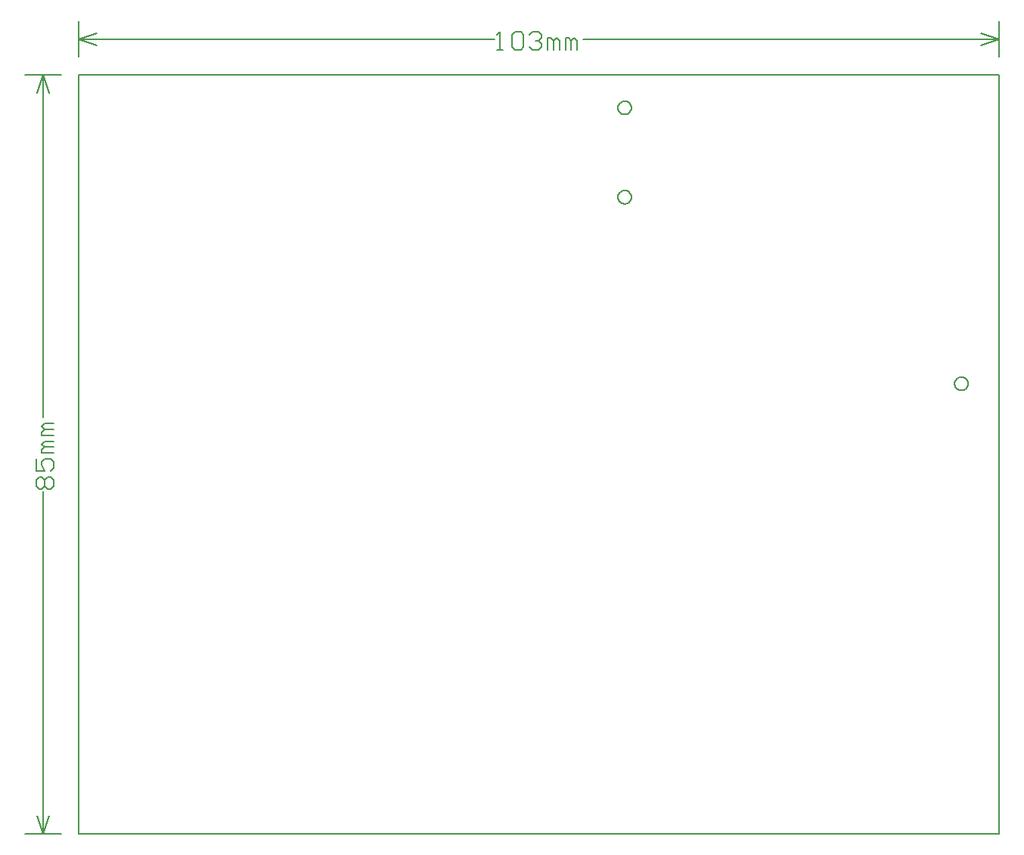
<source format=gm1>
*%FSLAX53Y53*%
*%MOMM*%
G01*
%ADD11C,0.100*%
%ADD12C,0.150*%
%ADD13C,0.186*%
%ADD14C,0.200*%
%ADD15C,0.203*%
%ADD16C,0.250*%
%ADD17C,0.254*%
%ADD18O,0.270X1.300*%
%ADD19O,0.290X1.350*%
%ADD20C,0.305*%
%ADD21C,0.381*%
%ADD22C,0.508*%
%ADD23C,0.762*%
%ADD24C,0.800*%
%ADD25C,0.800*%
%ADD26C,1.000*%
%ADD27C,1.100*%
%ADD28C,1.250*%
%ADD29C,1.270*%
%ADD30O,1.300X0.270*%
%ADD31O,1.350X0.290*%
%ADD32C,1.500*%
%ADD33C,1.524*%
%ADD34C,1.600*%
%ADD35O,1.800X2.000*%
%ADD36C,1.816*%
%ADD37C,1.816*%
%ADD38C,1.905*%
%ADD39C,2.000*%
%ADD40O,2.032X0.610*%
%ADD41C,2.032*%
%ADD42C,2.116*%
%ADD43C,2.266*%
%ADD44C,2.540*%
%ADD45O,2.794X0.737*%
%ADD46C,3.800*%
%ADD47C,4.816*%
%ADD48C,6.350*%
%ADD49R,0.584X0.584*%
%ADD50R,0.600X1.250*%
%ADD51R,0.800X0.800*%
%ADD52R,0.889X0.889*%
%ADD53R,0.900X1.300*%
%ADD54R,0.900X2.000*%
%ADD55R,1.000X1.000*%
%ADD56R,1.000X1.250*%
%ADD57R,1.000X1.500*%
%ADD58R,1.250X1.000*%
%ADD59R,1.350X0.290*%
%ADD60R,1.400X1.600*%
%ADD61R,1.500X1.000*%
%ADD62R,1.500X1.100*%
%ADD63R,1.676X1.676*%
%ADD64R,2.286X0.737*%
%ADD65R,2.400X3.000*%
%ADD66R,2.540X1.270*%
%ADD67P,1.000X8X0*%
D14*
X196796Y157705D02*
X299796D01*
Y242705D01*
X196796D01*
Y157705D01*
X299796Y244705D02*
Y248705D01*
X196796D02*
Y244705D01*
X297796Y246039D02*
X299796Y246705D01*
X297796Y247372D01*
X198796Y246039D02*
X196796Y246705D01*
X198796Y247372D01*
X253248Y246705D02*
X299796D01*
X243343D02*
X196796D01*
X194796Y242705D02*
X190796D01*
Y157705D02*
X194796D01*
X193462Y240705D02*
X192796Y242705D01*
X192129Y240705D01*
X193462Y159705D02*
X192796Y157705D01*
X192129Y159705D01*
X192796Y204325D02*
Y242705D01*
Y196086D02*
Y157705D01*
X243597Y245506D02*
X244264D01*
X243930D01*
Y247505D01*
X243956D01*
X243930D02*
X243597Y247172D01*
X245263D02*
X245597Y247505D01*
X246263D01*
X246596Y247172D01*
Y245839D01*
X246263Y245506D01*
X245597D01*
X245263Y245839D01*
Y247172D01*
X247263D02*
X247596Y247505D01*
X248262D01*
X248596Y247172D01*
Y246839D01*
X248621D01*
X248596D02*
X248621D01*
X248596D02*
X248621D01*
X248596D02*
X248262Y246505D01*
X247929D01*
X248262D01*
X248596Y246172D01*
Y245839D01*
X248262Y245506D01*
X247596D01*
X247263Y245839D01*
X249262Y245506D02*
Y246839D01*
X249595D01*
X249929Y246505D01*
Y245506D01*
Y246505D01*
X250262Y246839D01*
X250595Y246505D01*
Y245506D01*
X251261D02*
Y246839D01*
X251595D01*
X251928Y246505D01*
Y245506D01*
Y246505D01*
X252261Y246839D01*
X252594Y246505D01*
Y245506D01*
X192329Y196340D02*
X191996Y196673D01*
Y197340D01*
X192329Y197673D01*
X192663D01*
X192996Y197340D01*
X193329Y197673D01*
X193662D01*
X193995Y197340D01*
Y196673D01*
X193662Y196340D01*
X193329D01*
X192996Y196673D01*
X192663Y196340D01*
X192329D01*
X192996Y196673D02*
Y197340D01*
X191996Y198339D02*
Y199672D01*
Y198339D02*
X192996D01*
X192663Y199006D01*
Y199339D01*
X192996Y199672D01*
X193662D01*
X193995Y199339D01*
Y198672D01*
X193662Y198339D01*
X193995Y200339D02*
X192663D01*
Y200672D01*
X192996Y201005D01*
X193995D01*
X192996D01*
X192663Y201338D01*
X192996Y201672D01*
X193995D01*
Y202338D02*
X192663D01*
Y202671D01*
X192996Y203004D01*
X193995D01*
X192996D01*
X192663Y203338D01*
X192996Y203671D01*
X193995D01*
X258646Y239005D02*
X258641Y238923D01*
X258628Y238841D01*
X258605Y238762D01*
X258574Y238685D01*
X258535Y238613D01*
X258488Y238545D01*
X258433Y238482D01*
X258373Y238426D01*
X258306Y238378D01*
X258234Y238336D01*
X258159Y238303D01*
X258080Y238278D01*
X257999Y238262D01*
X257916Y238256D01*
X257834Y238258D01*
X257752Y238269D01*
X257672Y238290D01*
X257595Y238319D01*
X257521Y238356D01*
X257452Y238401D01*
X257388Y238454D01*
X257330Y238513D01*
X257279Y238578D01*
X257236Y238648D01*
X257201Y238723D01*
X257174Y238801D01*
X257156Y238882D01*
X257147Y238964D01*
Y239047D01*
X257156Y239129D01*
X257174Y239209D01*
X257201Y239288D01*
X257236Y239362D01*
X257279Y239433D01*
X257330Y239498D01*
X257388Y239557D01*
X257452Y239610D01*
X257521Y239655D01*
X257595Y239692D01*
X257672Y239721D01*
X257752Y239741D01*
X257834Y239753D01*
X257916Y239755D01*
X257999Y239748D01*
X258080Y239732D01*
X258159Y239708D01*
X258234Y239675D01*
X258306Y239633D01*
X258373Y239584D01*
X258433Y239528D01*
X258488Y239466D01*
X258535Y239398D01*
X258574Y239325D01*
X258605Y239249D01*
X258628Y239169D01*
X258641Y239088D01*
X258646Y239005D01*
Y229005D02*
X258641Y228923D01*
X258628Y228841D01*
X258605Y228762D01*
X258574Y228685D01*
X258535Y228613D01*
X258488Y228545D01*
X258433Y228482D01*
X258373Y228426D01*
X258306Y228378D01*
X258234Y228336D01*
X258159Y228303D01*
X258080Y228278D01*
X257999Y228262D01*
X257916Y228256D01*
X257834Y228258D01*
X257752Y228269D01*
X257672Y228290D01*
X257595Y228319D01*
X257521Y228356D01*
X257452Y228401D01*
X257388Y228454D01*
X257330Y228513D01*
X257279Y228578D01*
X257236Y228648D01*
X257201Y228723D01*
X257174Y228801D01*
X257156Y228882D01*
X257147Y228964D01*
Y229047D01*
X257156Y229129D01*
X257174Y229209D01*
X257201Y229288D01*
X257236Y229362D01*
X257279Y229433D01*
X257330Y229498D01*
X257388Y229557D01*
X257452Y229610D01*
X257521Y229655D01*
X257595Y229692D01*
X257672Y229721D01*
X257752Y229741D01*
X257834Y229753D01*
X257916Y229755D01*
X257999Y229748D01*
X258080Y229732D01*
X258159Y229708D01*
X258234Y229675D01*
X258306Y229633D01*
X258373Y229584D01*
X258433Y229528D01*
X258488Y229466D01*
X258535Y229398D01*
X258574Y229325D01*
X258605Y229249D01*
X258628Y229169D01*
X258641Y229088D01*
X258646Y229005D01*
X296346Y208105D02*
X296341Y208023D01*
X296328Y207941D01*
X296305Y207862D01*
X296274Y207785D01*
X296235Y207713D01*
X296188Y207645D01*
X296133Y207582D01*
X296073Y207526D01*
X296006Y207478D01*
X295934Y207436D01*
X295859Y207403D01*
X295780Y207378D01*
X295699Y207363D01*
X295616Y207356D01*
X295534Y207358D01*
X295452Y207369D01*
X295372Y207390D01*
X295295Y207419D01*
X295221Y207456D01*
X295152Y207501D01*
X295088Y207554D01*
X295030Y207613D01*
X294979Y207678D01*
X294936Y207748D01*
X294901Y207823D01*
X294874Y207901D01*
X294856Y207982D01*
X294847Y208064D01*
Y208147D01*
X294856Y208229D01*
X294874Y208309D01*
X294901Y208388D01*
X294936Y208462D01*
X294979Y208533D01*
X295030Y208598D01*
X295088Y208657D01*
X295152Y208710D01*
X295221Y208755D01*
X295295Y208792D01*
X295372Y208821D01*
X295452Y208842D01*
X295534Y208853D01*
X295616Y208855D01*
X295699Y208848D01*
X295780Y208832D01*
X295859Y208808D01*
X295934Y208775D01*
X296006Y208733D01*
X296073Y208684D01*
X296133Y208628D01*
X296188Y208566D01*
X296235Y208498D01*
X296274Y208426D01*
X296305Y208349D01*
X296328Y208269D01*
X296341Y208188D01*
X296346Y208105D01*
D02*
M02*

</source>
